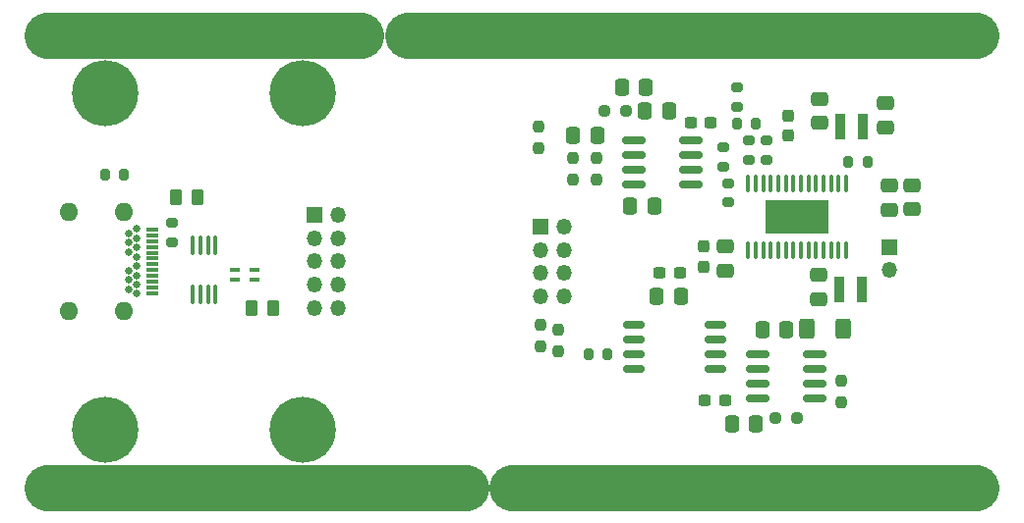
<source format=gbr>
%TF.GenerationSoftware,KiCad,Pcbnew,7.0.6-7.0.6~ubuntu22.04.1*%
%TF.CreationDate,2023-09-01T17:27:27+01:00*%
%TF.ProjectId,tec-controller,7465632d-636f-46e7-9472-6f6c6c65722e,rev?*%
%TF.SameCoordinates,Original*%
%TF.FileFunction,Soldermask,Top*%
%TF.FilePolarity,Negative*%
%FSLAX46Y46*%
G04 Gerber Fmt 4.6, Leading zero omitted, Abs format (unit mm)*
G04 Created by KiCad (PCBNEW 7.0.6-7.0.6~ubuntu22.04.1) date 2023-09-01 17:27:27*
%MOMM*%
%LPD*%
G01*
G04 APERTURE LIST*
G04 Aperture macros list*
%AMRoundRect*
0 Rectangle with rounded corners*
0 $1 Rounding radius*
0 $2 $3 $4 $5 $6 $7 $8 $9 X,Y pos of 4 corners*
0 Add a 4 corners polygon primitive as box body*
4,1,4,$2,$3,$4,$5,$6,$7,$8,$9,$2,$3,0*
0 Add four circle primitives for the rounded corners*
1,1,$1+$1,$2,$3*
1,1,$1+$1,$4,$5*
1,1,$1+$1,$6,$7*
1,1,$1+$1,$8,$9*
0 Add four rect primitives between the rounded corners*
20,1,$1+$1,$2,$3,$4,$5,0*
20,1,$1+$1,$4,$5,$6,$7,0*
20,1,$1+$1,$6,$7,$8,$9,0*
20,1,$1+$1,$8,$9,$2,$3,0*%
G04 Aperture macros list end*
%ADD10C,4.000000*%
%ADD11RoundRect,0.200000X0.200000X0.275000X-0.200000X0.275000X-0.200000X-0.275000X0.200000X-0.275000X0*%
%ADD12C,3.600000*%
%ADD13C,5.700000*%
%ADD14R,1.350000X1.350000*%
%ADD15O,1.350000X1.350000*%
%ADD16RoundRect,0.250000X0.337500X0.475000X-0.337500X0.475000X-0.337500X-0.475000X0.337500X-0.475000X0*%
%ADD17RoundRect,0.100000X-0.100000X0.712500X-0.100000X-0.712500X0.100000X-0.712500X0.100000X0.712500X0*%
%ADD18RoundRect,0.237500X-0.300000X-0.237500X0.300000X-0.237500X0.300000X0.237500X-0.300000X0.237500X0*%
%ADD19RoundRect,0.200000X-0.275000X0.200000X-0.275000X-0.200000X0.275000X-0.200000X0.275000X0.200000X0*%
%ADD20RoundRect,0.250000X-0.475000X0.337500X-0.475000X-0.337500X0.475000X-0.337500X0.475000X0.337500X0*%
%ADD21RoundRect,0.237500X-0.250000X-0.237500X0.250000X-0.237500X0.250000X0.237500X-0.250000X0.237500X0*%
%ADD22RoundRect,0.250000X-0.337500X-0.475000X0.337500X-0.475000X0.337500X0.475000X-0.337500X0.475000X0*%
%ADD23RoundRect,0.250000X0.475000X-0.337500X0.475000X0.337500X-0.475000X0.337500X-0.475000X-0.337500X0*%
%ADD24RoundRect,0.200000X0.275000X-0.200000X0.275000X0.200000X-0.275000X0.200000X-0.275000X-0.200000X0*%
%ADD25R,1.100000X0.300000*%
%ADD26C,0.650000*%
%ADD27O,1.600000X1.600000*%
%ADD28RoundRect,0.237500X0.237500X-0.250000X0.237500X0.250000X-0.237500X0.250000X-0.237500X-0.250000X0*%
%ADD29RoundRect,0.250000X-0.400000X-0.625000X0.400000X-0.625000X0.400000X0.625000X-0.400000X0.625000X0*%
%ADD30RoundRect,0.200000X-0.200000X-0.275000X0.200000X-0.275000X0.200000X0.275000X-0.200000X0.275000X0*%
%ADD31R,0.850000X2.300000*%
%ADD32RoundRect,0.237500X-0.237500X0.250000X-0.237500X-0.250000X0.237500X-0.250000X0.237500X0.250000X0*%
%ADD33RoundRect,0.150000X-0.825000X-0.150000X0.825000X-0.150000X0.825000X0.150000X-0.825000X0.150000X0*%
%ADD34RoundRect,0.237500X-0.237500X0.300000X-0.237500X-0.300000X0.237500X-0.300000X0.237500X0.300000X0*%
%ADD35RoundRect,0.250000X-0.262500X-0.450000X0.262500X-0.450000X0.262500X0.450000X-0.262500X0.450000X0*%
%ADD36RoundRect,0.150000X0.825000X0.150000X-0.825000X0.150000X-0.825000X-0.150000X0.825000X-0.150000X0*%
%ADD37RoundRect,0.100000X0.100000X-0.637500X0.100000X0.637500X-0.100000X0.637500X-0.100000X-0.637500X0*%
%ADD38R,5.400000X2.850000*%
%ADD39R,0.900000X0.400000*%
%ADD40RoundRect,0.250000X0.262500X0.450000X-0.262500X0.450000X-0.262500X-0.450000X0.262500X-0.450000X0*%
%ADD41RoundRect,0.237500X0.237500X-0.300000X0.237500X0.300000X-0.237500X0.300000X-0.237500X-0.300000X0*%
%ADD42RoundRect,0.237500X0.300000X0.237500X-0.300000X0.237500X-0.300000X-0.237500X0.300000X-0.237500X0*%
%ADD43RoundRect,0.150000X-0.800000X-0.150000X0.800000X-0.150000X0.800000X0.150000X-0.800000X0.150000X0*%
G04 APERTURE END LIST*
D10*
X141000000Y-80000000D02*
X190000000Y-80000000D01*
X110000000Y-119000000D02*
X146000000Y-119000000D01*
X150000000Y-119000000D02*
X190000000Y-119000000D01*
X110000000Y-80000000D02*
X137000000Y-80000000D01*
D11*
%TO.C,R105*%
X158225000Y-107500000D03*
X156575000Y-107500000D03*
%TD*%
D12*
%TO.C,H102*%
X115000000Y-85000000D03*
D13*
X115000000Y-85000000D03*
%TD*%
D14*
%TO.C,J101*%
X152500000Y-96500000D03*
D15*
X154500000Y-96500000D03*
X152500000Y-98500000D03*
X154500000Y-98500000D03*
X152500000Y-100500000D03*
X154500000Y-100500000D03*
X152500000Y-102500000D03*
X154500000Y-102500000D03*
%TD*%
D16*
%TO.C,C105*%
X173675000Y-105400000D03*
X171600000Y-105400000D03*
%TD*%
D17*
%TO.C,U101*%
X124475000Y-98137500D03*
X123825000Y-98137500D03*
X123175000Y-98137500D03*
X122525000Y-98137500D03*
X122525000Y-102362500D03*
X123175000Y-102362500D03*
X123825000Y-102362500D03*
X124475000Y-102362500D03*
%TD*%
D18*
%TO.C,C115*%
X162737500Y-100500000D03*
X164462500Y-100500000D03*
%TD*%
D19*
%TO.C,R110*%
X168600000Y-92750000D03*
X168600000Y-94400000D03*
%TD*%
D12*
%TO.C,H104*%
X132000000Y-85000000D03*
D13*
X132000000Y-85000000D03*
%TD*%
D20*
%TO.C,C104*%
X182500000Y-92962500D03*
X182500000Y-95037500D03*
%TD*%
D21*
%TO.C,R111*%
X172710000Y-113035000D03*
X174535000Y-113035000D03*
%TD*%
D22*
%TO.C,C108*%
X161462500Y-86500000D03*
X163537500Y-86500000D03*
%TD*%
%TO.C,C110*%
X168962500Y-113500000D03*
X171037500Y-113500000D03*
%TD*%
D23*
%TO.C,C107*%
X176400000Y-102737500D03*
X176400000Y-100662500D03*
%TD*%
D24*
%TO.C,R119*%
X169425000Y-86135000D03*
X169425000Y-84485000D03*
%TD*%
D22*
%TO.C,C109*%
X159462500Y-84500000D03*
X161537500Y-84500000D03*
%TD*%
D25*
%TO.C,J202*%
X119020000Y-96750000D03*
X119020000Y-97250000D03*
X119020000Y-97750000D03*
X119020000Y-98250000D03*
X119020000Y-98750000D03*
X119020000Y-99250000D03*
X119020000Y-99750000D03*
X119020000Y-100250000D03*
X119020000Y-100750000D03*
X119020000Y-101250000D03*
X119020000Y-101750000D03*
X119020000Y-102250000D03*
D26*
X117710000Y-102300000D03*
X117010000Y-101900000D03*
X117010000Y-101100000D03*
X117710000Y-100700000D03*
X117010000Y-100300000D03*
X117710000Y-99900000D03*
X117710000Y-99100000D03*
X117010000Y-98700000D03*
X117710000Y-98300000D03*
X117010000Y-97900000D03*
X117010000Y-97100000D03*
X117710000Y-96700000D03*
D27*
X116560000Y-95230000D03*
X111830000Y-95230000D03*
D26*
X117710000Y-97500000D03*
X117710000Y-101500000D03*
D27*
X116560000Y-103770000D03*
X111830000Y-103770000D03*
%TD*%
D28*
%TO.C,R113*%
X157300000Y-92412500D03*
X157300000Y-90587500D03*
%TD*%
D29*
%TO.C,R106*%
X175450000Y-105300000D03*
X178550000Y-105300000D03*
%TD*%
D30*
%TO.C,R118*%
X169400000Y-87600000D03*
X171050000Y-87600000D03*
%TD*%
D20*
%TO.C,C106*%
X176500000Y-85462500D03*
X176500000Y-87537500D03*
%TD*%
D31*
%TO.C,L104*%
X178325000Y-87900000D03*
X180275000Y-87900000D03*
%TD*%
D32*
%TO.C,R104*%
X152300000Y-87887500D03*
X152300000Y-89712500D03*
%TD*%
D14*
%TO.C,J102*%
X133000000Y-95500000D03*
D15*
X135000000Y-95500000D03*
X133000000Y-97500000D03*
X135000000Y-97500000D03*
X133000000Y-99500000D03*
X135000000Y-99500000D03*
X133000000Y-101500000D03*
X135000000Y-101500000D03*
X133000000Y-103500000D03*
X135000000Y-103500000D03*
%TD*%
D30*
%TO.C,R103*%
X178975000Y-90900000D03*
X180625000Y-90900000D03*
%TD*%
D24*
%TO.C,R109*%
X171900000Y-90725000D03*
X171900000Y-89075000D03*
%TD*%
D33*
%TO.C,U103*%
X160500000Y-89095000D03*
X160500000Y-90365000D03*
X160500000Y-91635000D03*
X160500000Y-92905000D03*
X165450000Y-92905000D03*
X165450000Y-91635000D03*
X165450000Y-90365000D03*
X165450000Y-89095000D03*
%TD*%
D24*
%TO.C,R101*%
X120750000Y-97825000D03*
X120750000Y-96175000D03*
%TD*%
D34*
%TO.C,C118*%
X173800000Y-86937500D03*
X173800000Y-88662500D03*
%TD*%
D22*
%TO.C,C114*%
X162462500Y-102500000D03*
X164537500Y-102500000D03*
%TD*%
D23*
%TO.C,C116*%
X168400000Y-100300000D03*
X168400000Y-98225000D03*
%TD*%
D35*
%TO.C,L102*%
X121087500Y-94000000D03*
X122912500Y-94000000D03*
%TD*%
D21*
%TO.C,R115*%
X158000000Y-86500000D03*
X159825000Y-86500000D03*
%TD*%
D36*
%TO.C,U106*%
X176110000Y-111340000D03*
X176110000Y-110070000D03*
X176110000Y-108800000D03*
X176110000Y-107530000D03*
X171160000Y-107530000D03*
X171160000Y-108800000D03*
X171160000Y-110070000D03*
X171160000Y-111340000D03*
%TD*%
D24*
%TO.C,R108*%
X168200000Y-91325000D03*
X168200000Y-89675000D03*
%TD*%
D23*
%TO.C,C101*%
X184500000Y-95000000D03*
X184500000Y-92925000D03*
%TD*%
D37*
%TO.C,U1*%
X170350000Y-98500000D03*
X171000000Y-98500000D03*
X171650000Y-98500000D03*
X172300000Y-98500000D03*
X172950000Y-98500000D03*
X173600000Y-98500000D03*
X174250000Y-98500000D03*
X174900000Y-98500000D03*
X175550000Y-98500000D03*
X176200000Y-98500000D03*
X176850000Y-98500000D03*
X177500000Y-98500000D03*
X178150000Y-98500000D03*
X178800000Y-98500000D03*
X178800000Y-92775000D03*
X178150000Y-92775000D03*
X177500000Y-92775000D03*
X176850000Y-92775000D03*
X176200000Y-92775000D03*
X175550000Y-92775000D03*
X174900000Y-92775000D03*
X174250000Y-92775000D03*
X173600000Y-92775000D03*
X172950000Y-92775000D03*
X172300000Y-92775000D03*
X171650000Y-92775000D03*
X171000000Y-92775000D03*
X170350000Y-92775000D03*
D38*
X174575000Y-95637500D03*
%TD*%
D22*
%TO.C,C111*%
X160212500Y-94750000D03*
X162287500Y-94750000D03*
%TD*%
D39*
%TO.C,FL101*%
X127850000Y-101050000D03*
X127850000Y-100250000D03*
X126150000Y-100250000D03*
X126150000Y-101050000D03*
%TD*%
D32*
%TO.C,R117*%
X154000000Y-105425000D03*
X154000000Y-107250000D03*
%TD*%
D24*
%TO.C,R107*%
X170400000Y-90725000D03*
X170400000Y-89075000D03*
%TD*%
D28*
%TO.C,R114*%
X155300000Y-92412500D03*
X155300000Y-90587500D03*
%TD*%
D31*
%TO.C,L103*%
X178225000Y-101900000D03*
X180175000Y-101900000D03*
%TD*%
D14*
%TO.C,J201*%
X182500000Y-98250000D03*
D15*
X182500000Y-100250000D03*
%TD*%
D40*
%TO.C,L101*%
X129412500Y-103500000D03*
X127587500Y-103500000D03*
%TD*%
D32*
%TO.C,R116*%
X152480000Y-104987500D03*
X152480000Y-106812500D03*
%TD*%
D12*
%TO.C,H101*%
X115000000Y-114000000D03*
D13*
X115000000Y-114000000D03*
%TD*%
D18*
%TO.C,C112*%
X166637500Y-111500000D03*
X168362500Y-111500000D03*
%TD*%
D12*
%TO.C,H103*%
X132000000Y-114000000D03*
D13*
X132000000Y-114000000D03*
%TD*%
D41*
%TO.C,C117*%
X166500000Y-99962500D03*
X166500000Y-98237500D03*
%TD*%
D22*
%TO.C,C103*%
X155262500Y-88600000D03*
X157337500Y-88600000D03*
%TD*%
D23*
%TO.C,C102*%
X182200000Y-87937500D03*
X182200000Y-85862500D03*
%TD*%
D30*
%TO.C,R102*%
X114925000Y-92000000D03*
X116575000Y-92000000D03*
%TD*%
D42*
%TO.C,C113*%
X167112500Y-87500000D03*
X165387500Y-87500000D03*
%TD*%
D43*
%TO.C,U102*%
X160500000Y-104960000D03*
X160500000Y-106230000D03*
X160500000Y-107500000D03*
X160500000Y-108770000D03*
X167500000Y-108770000D03*
X167500000Y-107500000D03*
X167500000Y-106230000D03*
X167500000Y-104960000D03*
%TD*%
D32*
%TO.C,R112*%
X178335000Y-109822500D03*
X178335000Y-111647500D03*
%TD*%
M02*

</source>
